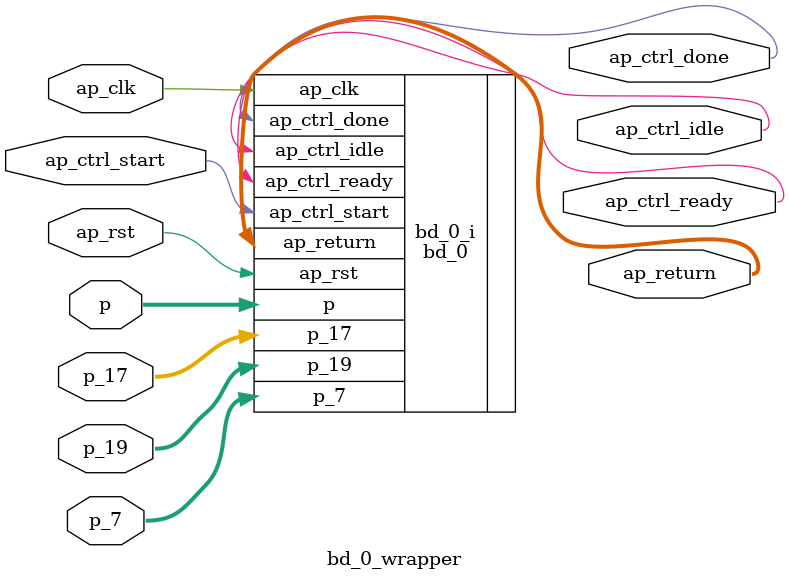
<source format=v>
`timescale 1 ps / 1 ps

module bd_0_wrapper
   (ap_clk,
    ap_ctrl_done,
    ap_ctrl_idle,
    ap_ctrl_ready,
    ap_ctrl_start,
    ap_return,
    ap_rst,
    p,
    p_17,
    p_19,
    p_7);
  input ap_clk;
  output ap_ctrl_done;
  output ap_ctrl_idle;
  output ap_ctrl_ready;
  input ap_ctrl_start;
  output [63:0]ap_return;
  input ap_rst;
  input [15:0]p;
  input [7:0]p_17;
  input [31:0]p_19;
  input [7:0]p_7;

  wire ap_clk;
  wire ap_ctrl_done;
  wire ap_ctrl_idle;
  wire ap_ctrl_ready;
  wire ap_ctrl_start;
  wire [63:0]ap_return;
  wire ap_rst;
  wire [15:0]p;
  wire [7:0]p_17;
  wire [31:0]p_19;
  wire [7:0]p_7;

  bd_0 bd_0_i
       (.ap_clk(ap_clk),
        .ap_ctrl_done(ap_ctrl_done),
        .ap_ctrl_idle(ap_ctrl_idle),
        .ap_ctrl_ready(ap_ctrl_ready),
        .ap_ctrl_start(ap_ctrl_start),
        .ap_return(ap_return),
        .ap_rst(ap_rst),
        .p(p),
        .p_17(p_17),
        .p_19(p_19),
        .p_7(p_7));
endmodule

</source>
